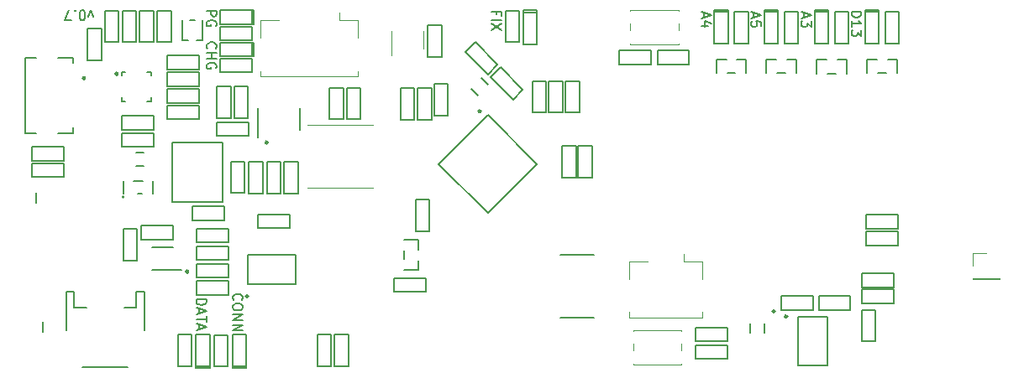
<source format=gbr>
G04 #@! TF.FileFunction,Legend,Top*
%FSLAX46Y46*%
G04 Gerber Fmt 4.6, Leading zero omitted, Abs format (unit mm)*
G04 Created by KiCad (PCBNEW 4.0.7-e2-6376~58~ubuntu16.04.1) date Mon Jun 18 12:46:04 2018*
%MOMM*%
%LPD*%
G01*
G04 APERTURE LIST*
%ADD10C,0.100000*%
%ADD11C,0.300000*%
%ADD12C,0.180000*%
%ADD13C,0.200000*%
%ADD14C,0.150000*%
%ADD15C,0.127000*%
%ADD16C,0.120000*%
G04 APERTURE END LIST*
D10*
D11*
X-25430889Y3403600D02*
G75*
G03X-25430889Y3403600I-70711J0D01*
G01*
X-33431889Y-9626600D02*
G75*
G03X-33431889Y-9626600I-70711J0D01*
G01*
X25699311Y-13639800D02*
G75*
G03X25699311Y-13639800I-70711J0D01*
G01*
D12*
X-32570681Y-12435100D02*
X-31570681Y-12435100D01*
X-31570681Y-12673195D01*
X-31618300Y-12816053D01*
X-31713538Y-12911291D01*
X-31808776Y-12958910D01*
X-31999252Y-13006529D01*
X-32142110Y-13006529D01*
X-32332586Y-12958910D01*
X-32427824Y-12911291D01*
X-32523062Y-12816053D01*
X-32570681Y-12673195D01*
X-32570681Y-12435100D01*
X-32284967Y-13387481D02*
X-32284967Y-13863672D01*
X-32570681Y-13292243D02*
X-31570681Y-13625576D01*
X-32570681Y-13958910D01*
X-31570681Y-14149386D02*
X-31570681Y-14720815D01*
X-32570681Y-14435100D02*
X-31570681Y-14435100D01*
X-32284967Y-15006529D02*
X-32284967Y-15482720D01*
X-32570681Y-14911291D02*
X-31570681Y-15244624D01*
X-32570681Y-15577958D01*
X-28805143Y-12495396D02*
X-28852762Y-12447777D01*
X-28900381Y-12304920D01*
X-28900381Y-12209682D01*
X-28852762Y-12066824D01*
X-28757524Y-11971586D01*
X-28662286Y-11923967D01*
X-28471810Y-11876348D01*
X-28328952Y-11876348D01*
X-28138476Y-11923967D01*
X-28043238Y-11971586D01*
X-27948000Y-12066824D01*
X-27900381Y-12209682D01*
X-27900381Y-12304920D01*
X-27948000Y-12447777D01*
X-27995619Y-12495396D01*
X-27900381Y-13114443D02*
X-27900381Y-13304920D01*
X-27948000Y-13400158D01*
X-28043238Y-13495396D01*
X-28233714Y-13543015D01*
X-28567048Y-13543015D01*
X-28757524Y-13495396D01*
X-28852762Y-13400158D01*
X-28900381Y-13304920D01*
X-28900381Y-13114443D01*
X-28852762Y-13019205D01*
X-28757524Y-12923967D01*
X-28567048Y-12876348D01*
X-28233714Y-12876348D01*
X-28043238Y-12923967D01*
X-27948000Y-13019205D01*
X-27900381Y-13114443D01*
X-28900381Y-13971586D02*
X-27900381Y-13971586D01*
X-28900381Y-14543015D01*
X-27900381Y-14543015D01*
X-28900381Y-15019205D02*
X-27900381Y-15019205D01*
X-28900381Y-15590634D01*
X-27900381Y-15590634D01*
D13*
X-2316171Y16322628D02*
X-2316171Y16655962D01*
X-2839981Y16655962D02*
X-1839981Y16655962D01*
X-1839981Y16179771D01*
X-2839981Y15798819D02*
X-1839981Y15798819D01*
X-1839981Y15417867D02*
X-2839981Y14751200D01*
X-1839981Y14751200D02*
X-2839981Y15417867D01*
X-42970629Y16092514D02*
X-43208724Y16759181D01*
X-43446820Y16092514D01*
X-44018248Y15759181D02*
X-44113487Y15759181D01*
X-44208725Y15806800D01*
X-44256344Y15854419D01*
X-44303963Y15949657D01*
X-44351582Y16140133D01*
X-44351582Y16378229D01*
X-44303963Y16568705D01*
X-44256344Y16663943D01*
X-44208725Y16711562D01*
X-44113487Y16759181D01*
X-44018248Y16759181D01*
X-43923010Y16711562D01*
X-43875391Y16663943D01*
X-43827772Y16568705D01*
X-43780153Y16378229D01*
X-43780153Y16140133D01*
X-43827772Y15949657D01*
X-43875391Y15854419D01*
X-43923010Y15806800D01*
X-44018248Y15759181D01*
X-44780153Y16663943D02*
X-44827772Y16711562D01*
X-44780153Y16759181D01*
X-44732534Y16711562D01*
X-44780153Y16663943D01*
X-44780153Y16759181D01*
X-45161105Y15759181D02*
X-45827772Y15759181D01*
X-45399200Y16759181D01*
X-31446743Y12909485D02*
X-31494362Y12957104D01*
X-31541981Y13099961D01*
X-31541981Y13195199D01*
X-31494362Y13338057D01*
X-31399124Y13433295D01*
X-31303886Y13480914D01*
X-31113410Y13528533D01*
X-30970552Y13528533D01*
X-30780076Y13480914D01*
X-30684838Y13433295D01*
X-30589600Y13338057D01*
X-30541981Y13195199D01*
X-30541981Y13099961D01*
X-30589600Y12957104D01*
X-30637219Y12909485D01*
X-31541981Y12480914D02*
X-30541981Y12480914D01*
X-31018171Y12480914D02*
X-31018171Y11909485D01*
X-31541981Y11909485D02*
X-30541981Y11909485D01*
X-30589600Y10909485D02*
X-30541981Y11004723D01*
X-30541981Y11147580D01*
X-30589600Y11290438D01*
X-30684838Y11385676D01*
X-30780076Y11433295D01*
X-30970552Y11480914D01*
X-31113410Y11480914D01*
X-31303886Y11433295D01*
X-31399124Y11385676D01*
X-31494362Y11290438D01*
X-31541981Y11147580D01*
X-31541981Y11052342D01*
X-31494362Y10909485D01*
X-31446743Y10861866D01*
X-31113410Y10861866D01*
X-31113410Y11052342D01*
X-31541981Y16716305D02*
X-30541981Y16716305D01*
X-30541981Y16335352D01*
X-30589600Y16240114D01*
X-30637219Y16192495D01*
X-30732457Y16144876D01*
X-30875314Y16144876D01*
X-30970552Y16192495D01*
X-31018171Y16240114D01*
X-31065790Y16335352D01*
X-31065790Y16716305D01*
X-30589600Y15192495D02*
X-30541981Y15287733D01*
X-30541981Y15430590D01*
X-30589600Y15573448D01*
X-30684838Y15668686D01*
X-30780076Y15716305D01*
X-30970552Y15763924D01*
X-31113410Y15763924D01*
X-31303886Y15716305D01*
X-31399124Y15668686D01*
X-31494362Y15573448D01*
X-31541981Y15430590D01*
X-31541981Y15335352D01*
X-31494362Y15192495D01*
X-31446743Y15144876D01*
X-31113410Y15144876D01*
X-31113410Y15335352D01*
X18603933Y16528986D02*
X18603933Y16052795D01*
X18318219Y16624224D02*
X19318219Y16290891D01*
X18318219Y15957557D01*
X18984886Y15195652D02*
X18318219Y15195652D01*
X19365838Y15433748D02*
X18651552Y15671843D01*
X18651552Y15052795D01*
X23620433Y16516286D02*
X23620433Y16040095D01*
X23334719Y16611524D02*
X24334719Y16278191D01*
X23334719Y15944857D01*
X24334719Y15135333D02*
X24334719Y15611524D01*
X23858529Y15659143D01*
X23906148Y15611524D01*
X23953767Y15516286D01*
X23953767Y15278190D01*
X23906148Y15182952D01*
X23858529Y15135333D01*
X23763290Y15087714D01*
X23525195Y15087714D01*
X23429957Y15135333D01*
X23382338Y15182952D01*
X23334719Y15278190D01*
X23334719Y15516286D01*
X23382338Y15611524D01*
X23429957Y15659143D01*
X28687733Y16516286D02*
X28687733Y16040095D01*
X28402019Y16611524D02*
X29402019Y16278191D01*
X28402019Y15944857D01*
X29402019Y15706762D02*
X29402019Y15087714D01*
X29021067Y15421048D01*
X29021067Y15278190D01*
X28973448Y15182952D01*
X28925829Y15135333D01*
X28830590Y15087714D01*
X28592495Y15087714D01*
X28497257Y15135333D01*
X28449638Y15182952D01*
X28402019Y15278190D01*
X28402019Y15563905D01*
X28449638Y15659143D01*
X28497257Y15706762D01*
X33456619Y16635286D02*
X34456619Y16635286D01*
X34456619Y16397191D01*
X34409000Y16254333D01*
X34313762Y16159095D01*
X34218524Y16111476D01*
X34028048Y16063857D01*
X33885190Y16063857D01*
X33694714Y16111476D01*
X33599476Y16159095D01*
X33504238Y16254333D01*
X33456619Y16397191D01*
X33456619Y16635286D01*
X33456619Y15111476D02*
X33456619Y15682905D01*
X33456619Y15397191D02*
X34456619Y15397191D01*
X34313762Y15492429D01*
X34218524Y15587667D01*
X34170905Y15682905D01*
X34456619Y14778143D02*
X34456619Y14159095D01*
X34075667Y14492429D01*
X34075667Y14349571D01*
X34028048Y14254333D01*
X33980429Y14206714D01*
X33885190Y14159095D01*
X33647095Y14159095D01*
X33551857Y14206714D01*
X33504238Y14254333D01*
X33456619Y14349571D01*
X33456619Y14635286D01*
X33504238Y14730524D01*
X33551857Y14778143D01*
D11*
X-3942862Y6557856D02*
G75*
G03X-3942862Y6557856I-70711J0D01*
G01*
D14*
X-3200400Y-3730547D02*
X1749347Y1219200D01*
X-8150147Y1219200D02*
X-3200400Y6168947D01*
X-3200400Y6168947D02*
X1749347Y1219200D01*
X-8150147Y1219200D02*
X-3200400Y-3730547D01*
D15*
X-48747680Y-2689860D02*
X-48747680Y-1691640D01*
X-48049180Y-15689580D02*
X-48049180Y-14691360D01*
D14*
X-3187124Y10298258D02*
X-2197174Y11288208D01*
X-5449866Y12561000D02*
X-4459916Y13550950D01*
X-3187124Y10298258D02*
X-5449866Y12561000D01*
X-4459916Y13550950D02*
X-2197174Y11288208D01*
X-1928475Y11019509D02*
X-2918425Y10029559D01*
X334267Y8756767D02*
X-655683Y7766817D01*
X-1928475Y11019509D02*
X334267Y8756767D01*
X-655683Y7766817D02*
X-2918425Y10029559D01*
X-9079000Y-2337000D02*
X-10479000Y-2337000D01*
X-9079000Y-5537000D02*
X-10479000Y-5537000D01*
X-9079000Y-2337000D02*
X-9079000Y-5537000D01*
X-10479000Y-5537000D02*
X-10479000Y-2337000D01*
X4634000Y6426400D02*
X6034000Y6426400D01*
X4634000Y9626400D02*
X6034000Y9626400D01*
X4634000Y6426400D02*
X4634000Y9626400D01*
X6034000Y9626400D02*
X6034000Y6426400D01*
X-10252408Y5719176D02*
X-8852408Y5719176D01*
X-10252408Y8919176D02*
X-8852408Y8919176D01*
X-10252408Y5719176D02*
X-10252408Y8919176D01*
X-8852408Y8919176D02*
X-8852408Y5719176D01*
X1281200Y6426400D02*
X2681200Y6426400D01*
X1281200Y9626400D02*
X2681200Y9626400D01*
X1281200Y6426400D02*
X1281200Y9626400D01*
X2681200Y9626400D02*
X2681200Y6426400D01*
X2957600Y6426400D02*
X4357600Y6426400D01*
X2957600Y9626400D02*
X4357600Y9626400D01*
X2957600Y6426400D02*
X2957600Y9626400D01*
X4357600Y9626400D02*
X4357600Y6426400D01*
X-40076514Y6091344D02*
X-40076514Y4691344D01*
X-36876514Y6091344D02*
X-36876514Y4691344D01*
X-40076514Y6091344D02*
X-36876514Y6091344D01*
X-36876514Y4691344D02*
X-40076514Y4691344D01*
X-7836042Y15270594D02*
X-9236042Y15270594D01*
X-7836042Y12070594D02*
X-9236042Y12070594D01*
X-7836042Y15270594D02*
X-7836042Y12070594D01*
X-9236042Y12070594D02*
X-9236042Y15270594D01*
X-32285553Y10780941D02*
X-32285553Y12180941D01*
X-35485553Y10780941D02*
X-35485553Y12180941D01*
X-32285553Y10780941D02*
X-35485553Y10780941D01*
X-35485553Y12180941D02*
X-32285553Y12180941D01*
X-45922612Y1583065D02*
X-45922612Y2983065D01*
X-49122612Y1583065D02*
X-49122612Y2983065D01*
X-45922612Y1583065D02*
X-49122612Y1583065D01*
X-49122612Y2983065D02*
X-45922612Y2983065D01*
X-26352300Y-3846600D02*
X-26352300Y-5246600D01*
X-23152300Y-3846600D02*
X-23152300Y-5246600D01*
X-26352300Y-3846600D02*
X-23152300Y-3846600D01*
X-23152300Y-5246600D02*
X-26352300Y-5246600D01*
X-43524400Y11709600D02*
X-42124400Y11709600D01*
X-43524400Y14909600D02*
X-42124400Y14909600D01*
X-43524400Y11709600D02*
X-43524400Y14909600D01*
X-42124400Y14909600D02*
X-42124400Y11709600D01*
X-35499153Y8828141D02*
X-35499153Y7428141D01*
X-32299153Y8828141D02*
X-32299153Y7428141D01*
X-35499153Y8828141D02*
X-32299153Y8828141D01*
X-32299153Y7428141D02*
X-35499153Y7428141D01*
X-35485553Y7151741D02*
X-35485553Y5751741D01*
X-32285553Y7151741D02*
X-32285553Y5751741D01*
X-35485553Y7151741D02*
X-32285553Y7151741D01*
X-32285553Y5751741D02*
X-35485553Y5751741D01*
X-24039600Y1479223D02*
X-25439600Y1479223D01*
X-24039600Y-1720777D02*
X-25439600Y-1720777D01*
X-24039600Y1479223D02*
X-24039600Y-1720777D01*
X-25439600Y-1720777D02*
X-25439600Y1479223D01*
X-25883981Y1479223D02*
X-27283981Y1479223D01*
X-25883981Y-1720777D02*
X-27283981Y-1720777D01*
X-25883981Y1479223D02*
X-25883981Y-1720777D01*
X-27283981Y-1720777D02*
X-27283981Y1479223D01*
X-32543310Y-8862314D02*
X-32543310Y-10262314D01*
X-29343310Y-8862314D02*
X-29343310Y-10262314D01*
X-32543310Y-8862314D02*
X-29343310Y-8862314D01*
X-29343310Y-10262314D02*
X-32543310Y-10262314D01*
X-29343310Y-6706314D02*
X-29343310Y-5306314D01*
X-32543310Y-6706314D02*
X-32543310Y-5306314D01*
X-29343310Y-6706314D02*
X-32543310Y-6706314D01*
X-32543310Y-5306314D02*
X-29343310Y-5306314D01*
X-27697200Y1486600D02*
X-29097200Y1486600D01*
X-27697200Y-1713400D02*
X-29097200Y-1713400D01*
X-27697200Y1486600D02*
X-27697200Y-1713400D01*
X-29097200Y-1713400D02*
X-29097200Y1486600D01*
X-30502214Y5842844D02*
X-29102214Y5842844D01*
X-30502214Y9042844D02*
X-29102214Y9042844D01*
X-30502214Y5842844D02*
X-30502214Y9042844D01*
X-29102214Y9042844D02*
X-29102214Y5842844D01*
X-17428781Y5746823D02*
X-16028781Y5746823D01*
X-17428781Y8946823D02*
X-16028781Y8946823D01*
X-17428781Y5746823D02*
X-17428781Y8946823D01*
X-16028781Y8946823D02*
X-16028781Y5746823D01*
X-19155981Y5746823D02*
X-17755981Y5746823D01*
X-19155981Y8946823D02*
X-17755981Y8946823D01*
X-19155981Y5746823D02*
X-19155981Y8946823D01*
X-17755981Y8946823D02*
X-17755981Y5746823D01*
X36209200Y16589200D02*
X36209200Y13389200D01*
X36209200Y13389200D02*
X34809200Y13389200D01*
X34809200Y13389200D02*
X34809200Y16589200D01*
X34809200Y16589200D02*
X36209200Y16589200D01*
X36209200Y16589200D02*
X36209200Y16789200D01*
X36209200Y16789200D02*
X34809200Y16789200D01*
X34809200Y16789200D02*
X34809200Y16589200D01*
X-32602400Y-19180000D02*
X-32602400Y-15980000D01*
X-32602400Y-15980000D02*
X-31202400Y-15980000D01*
X-31202400Y-15980000D02*
X-31202400Y-19180000D01*
X-31202400Y-19180000D02*
X-32602400Y-19180000D01*
X-32602400Y-19180000D02*
X-32602400Y-19380000D01*
X-32602400Y-19380000D02*
X-31202400Y-19380000D01*
X-31202400Y-19380000D02*
X-31202400Y-19180000D01*
X-28936730Y-19199830D02*
X-28936730Y-15999830D01*
X-28936730Y-15999830D02*
X-27536730Y-15999830D01*
X-27536730Y-15999830D02*
X-27536730Y-19199830D01*
X-27536730Y-19199830D02*
X-28936730Y-19199830D01*
X-28936730Y-19199830D02*
X-28936730Y-19399830D01*
X-28936730Y-19399830D02*
X-27536730Y-19399830D01*
X-27536730Y-19399830D02*
X-27536730Y-19199830D01*
X31129200Y16589200D02*
X31129200Y13389200D01*
X31129200Y13389200D02*
X29729200Y13389200D01*
X29729200Y13389200D02*
X29729200Y16589200D01*
X29729200Y16589200D02*
X31129200Y16589200D01*
X31129200Y16589200D02*
X31129200Y16789200D01*
X31129200Y16789200D02*
X29729200Y16789200D01*
X29729200Y16789200D02*
X29729200Y16589200D01*
X21020000Y16589200D02*
X21020000Y13389200D01*
X21020000Y13389200D02*
X19620000Y13389200D01*
X19620000Y13389200D02*
X19620000Y16589200D01*
X19620000Y16589200D02*
X21020000Y16589200D01*
X21020000Y16589200D02*
X21020000Y16789200D01*
X21020000Y16789200D02*
X19620000Y16789200D01*
X19620000Y16789200D02*
X19620000Y16589200D01*
X26049200Y16589200D02*
X26049200Y13389200D01*
X26049200Y13389200D02*
X24649200Y13389200D01*
X24649200Y13389200D02*
X24649200Y16589200D01*
X24649200Y16589200D02*
X26049200Y16589200D01*
X26049200Y16589200D02*
X26049200Y16789200D01*
X26049200Y16789200D02*
X24649200Y16789200D01*
X24649200Y16789200D02*
X24649200Y16589200D01*
X-32569200Y13728000D02*
X-31969200Y13728000D01*
X-33969200Y15728000D02*
X-33969200Y13728000D01*
X-32719200Y15728000D02*
X-33219200Y15728000D01*
X-31969200Y13728000D02*
X-31969200Y15728000D01*
X-33969200Y13728000D02*
X-33369200Y13728000D01*
X-39869689Y-2101600D02*
G75*
G03X-39869689Y-2101600I-70711J0D01*
G01*
X-38490400Y-1751600D02*
X-38040400Y-1751600D01*
X-38890400Y-451600D02*
X-37990400Y-451600D01*
X-36990400Y-451600D02*
X-36990400Y-1751600D01*
X-39890400Y-451600D02*
X-39890400Y-1751600D01*
X-27000400Y15356000D02*
X-30200400Y15356000D01*
X-30200400Y15356000D02*
X-30200400Y16756000D01*
X-30200400Y16756000D02*
X-27000400Y16756000D01*
X-27000400Y16756000D02*
X-27000400Y15356000D01*
X-27000400Y15356000D02*
X-26800400Y15356000D01*
X-26800400Y15356000D02*
X-26800400Y16756000D01*
X-26800400Y16756000D02*
X-27000400Y16756000D01*
X-27000400Y12104800D02*
X-30200400Y12104800D01*
X-30200400Y12104800D02*
X-30200400Y13504800D01*
X-30200400Y13504800D02*
X-27000400Y13504800D01*
X-27000400Y13504800D02*
X-27000400Y12104800D01*
X-27000400Y12104800D02*
X-26800400Y12104800D01*
X-26800400Y12104800D02*
X-26800400Y13504800D01*
X-26800400Y13504800D02*
X-27000400Y13504800D01*
X1766800Y16552000D02*
X1766800Y13352000D01*
X1766800Y13352000D02*
X366800Y13352000D01*
X366800Y13352000D02*
X366800Y16552000D01*
X366800Y16552000D02*
X1766800Y16552000D01*
X1766800Y16552000D02*
X1766800Y16752000D01*
X1766800Y16752000D02*
X366800Y16752000D01*
X366800Y16752000D02*
X366800Y16552000D01*
X-37852400Y2402200D02*
X-38652400Y2402200D01*
X-37852400Y1052200D02*
X-38652400Y1052200D01*
D16*
X18392000Y-10408000D02*
X18392000Y-8608000D01*
X18392000Y-8608000D02*
X16542000Y-8608000D01*
X16542000Y-8608000D02*
X16542000Y-7868000D01*
X11072000Y-10408000D02*
X11072000Y-8608000D01*
X11072000Y-8608000D02*
X12922000Y-8608000D01*
X18392000Y-13728000D02*
X18392000Y-14278000D01*
X18392000Y-14278000D02*
X11072000Y-14278000D01*
X11072000Y-14278000D02*
X11072000Y-13728000D01*
X-16292400Y13953600D02*
X-16292400Y15753600D01*
X-16292400Y15753600D02*
X-18142400Y15753600D01*
X-18142400Y15753600D02*
X-18142400Y16493600D01*
X-26112400Y13953600D02*
X-26112400Y15753600D01*
X-26112400Y15753600D02*
X-24262400Y15753600D01*
X-16292400Y10633600D02*
X-16292400Y10083600D01*
X-16292400Y10083600D02*
X-26112400Y10083600D01*
X-26112400Y10083600D02*
X-26112400Y10633600D01*
D14*
X7491200Y-14300200D02*
X4091200Y-14300200D01*
X7491200Y-7950200D02*
X4091200Y-7950200D01*
X-38604800Y-13276000D02*
X-38604800Y-11676000D01*
X-38604800Y-11676000D02*
X-37804800Y-11676000D01*
X-37804800Y-11676000D02*
X-37804800Y-15526000D01*
X-44054800Y-19276000D02*
X-39454800Y-19276000D01*
X-44904800Y-13276000D02*
X-44904800Y-11676000D01*
X-44904800Y-11676000D02*
X-45704800Y-11676000D01*
X-45704800Y-11676000D02*
X-45704800Y-15526000D01*
X-38604800Y-13276000D02*
X-39854800Y-13276000D01*
X-44904800Y-13276000D02*
X-43654800Y-13276000D01*
X-11995208Y5703976D02*
X-10595208Y5703976D01*
X-11995208Y8903976D02*
X-10595208Y8903976D01*
X-11995208Y5703976D02*
X-11995208Y8903976D01*
X-10595208Y8903976D02*
X-10595208Y5703976D01*
X-40076514Y4364144D02*
X-40076514Y2964144D01*
X-36876514Y4364144D02*
X-36876514Y2964144D01*
X-40076514Y4364144D02*
X-36876514Y4364144D01*
X-36876514Y2964144D02*
X-40076514Y2964144D01*
D16*
X-14749581Y-1187177D02*
X-21349581Y-1187177D01*
X-21349581Y5212823D02*
X-14749581Y5212823D01*
D14*
X38025200Y10397600D02*
X38025200Y11797600D01*
X37125200Y11797600D02*
X38025200Y11797600D01*
X35025200Y11797600D02*
X36025200Y11797600D01*
X35025200Y10397600D02*
X35025200Y11797600D01*
X36125200Y10397600D02*
X36925200Y10397600D01*
X32945200Y10379200D02*
X32945200Y11779200D01*
X32045200Y11779200D02*
X32945200Y11779200D01*
X29945200Y11779200D02*
X30945200Y11779200D01*
X29945200Y10379200D02*
X29945200Y11779200D01*
X31045200Y10379200D02*
X31845200Y10379200D01*
X22836000Y10397600D02*
X22836000Y11797600D01*
X21936000Y11797600D02*
X22836000Y11797600D01*
X19836000Y11797600D02*
X20836000Y11797600D01*
X19836000Y10397600D02*
X19836000Y11797600D01*
X20936000Y10397600D02*
X21736000Y10397600D01*
X27865200Y10430000D02*
X27865200Y11830000D01*
X26965200Y11830000D02*
X27865200Y11830000D01*
X24865200Y11830000D02*
X25865200Y11830000D01*
X24865200Y10430000D02*
X24865200Y11830000D01*
X25965200Y10430000D02*
X26765200Y10430000D01*
X-18959600Y-15980000D02*
X-20359600Y-15980000D01*
X-18959600Y-19180000D02*
X-20359600Y-19180000D01*
X-18959600Y-15980000D02*
X-18959600Y-19180000D01*
X-20359600Y-19180000D02*
X-20359600Y-15980000D01*
X-17232400Y-15980000D02*
X-18632400Y-15980000D01*
X-17232400Y-19180000D02*
X-18632400Y-19180000D01*
X-17232400Y-15980000D02*
X-17232400Y-19180000D01*
X-18632400Y-19180000D02*
X-18632400Y-15980000D01*
X38241200Y16589200D02*
X36841200Y16589200D01*
X38241200Y13389200D02*
X36841200Y13389200D01*
X38241200Y16589200D02*
X38241200Y13389200D01*
X36841200Y13389200D02*
X36841200Y16589200D01*
X-33031200Y-15980000D02*
X-34431200Y-15980000D01*
X-33031200Y-19180000D02*
X-34431200Y-19180000D01*
X-33031200Y-15980000D02*
X-33031200Y-19180000D01*
X-34431200Y-19180000D02*
X-34431200Y-15980000D01*
X-29373600Y-16030800D02*
X-30773600Y-16030800D01*
X-29373600Y-19230800D02*
X-30773600Y-19230800D01*
X-29373600Y-16030800D02*
X-29373600Y-19230800D01*
X-30773600Y-19230800D02*
X-30773600Y-16030800D01*
X20954800Y-18454600D02*
X20954800Y-17054600D01*
X17754800Y-18454600D02*
X17754800Y-17054600D01*
X20954800Y-18454600D02*
X17754800Y-18454600D01*
X17754800Y-17054600D02*
X20954800Y-17054600D01*
X20954800Y-16676600D02*
X20954800Y-15276600D01*
X17754800Y-16676600D02*
X17754800Y-15276600D01*
X20954800Y-16676600D02*
X17754800Y-16676600D01*
X17754800Y-15276600D02*
X20954800Y-15276600D01*
X10033200Y12688800D02*
X10033200Y11288800D01*
X13233200Y12688800D02*
X13233200Y11288800D01*
X10033200Y12688800D02*
X13233200Y12688800D01*
X13233200Y11288800D02*
X10033200Y11288800D01*
X17094000Y11288800D02*
X17094000Y12688800D01*
X13894000Y11288800D02*
X13894000Y12688800D01*
X17094000Y11288800D02*
X13894000Y11288800D01*
X13894000Y12688800D02*
X17094000Y12688800D01*
X33161200Y16589200D02*
X31761200Y16589200D01*
X33161200Y13389200D02*
X31761200Y13389200D01*
X33161200Y16589200D02*
X33161200Y13389200D01*
X31761200Y13389200D02*
X31761200Y16589200D01*
X23052000Y16589200D02*
X21652000Y16589200D01*
X23052000Y13389200D02*
X21652000Y13389200D01*
X23052000Y16589200D02*
X23052000Y13389200D01*
X21652000Y13389200D02*
X21652000Y16589200D01*
X28081200Y16589200D02*
X26681200Y16589200D01*
X28081200Y13389200D02*
X26681200Y13389200D01*
X28081200Y16589200D02*
X28081200Y13389200D01*
X26681200Y13389200D02*
X26681200Y16589200D01*
X-32285553Y9104541D02*
X-32285553Y10504541D01*
X-35485553Y9104541D02*
X-35485553Y10504541D01*
X-32285553Y9104541D02*
X-35485553Y9104541D01*
X-35485553Y10504541D02*
X-32285553Y10504541D01*
X-35115953Y16738541D02*
X-36515953Y16738541D01*
X-35115953Y13538541D02*
X-36515953Y13538541D01*
X-35115953Y16738541D02*
X-35115953Y13538541D01*
X-36515953Y13538541D02*
X-36515953Y16738541D01*
X5911642Y-133026D02*
X7311642Y-133026D01*
X5911642Y3066974D02*
X7311642Y3066974D01*
X5911642Y-133026D02*
X5911642Y3066974D01*
X7311642Y3066974D02*
X7311642Y-133026D01*
X-36893953Y16738541D02*
X-38293953Y16738541D01*
X-36893953Y13538541D02*
X-38293953Y13538541D01*
X-36893953Y16738541D02*
X-36893953Y13538541D01*
X-38293953Y13538541D02*
X-38293953Y16738541D01*
X-38621153Y16738541D02*
X-40021153Y16738541D01*
X-38621153Y13538541D02*
X-40021153Y13538541D01*
X-38621153Y16738541D02*
X-38621153Y13538541D01*
X-40021153Y13538541D02*
X-40021153Y16738541D01*
X4286042Y-133026D02*
X5686042Y-133026D01*
X4286042Y3066974D02*
X5686042Y3066974D01*
X4286042Y-133026D02*
X4286042Y3066974D01*
X5686042Y3066974D02*
X5686042Y-133026D01*
X-45922612Y-67935D02*
X-45922612Y1332065D01*
X-49122612Y-67935D02*
X-49122612Y1332065D01*
X-45922612Y-67935D02*
X-49122612Y-67935D01*
X-49122612Y1332065D02*
X-45922612Y1332065D01*
X-30200400Y15130400D02*
X-30200400Y13730400D01*
X-27000400Y15130400D02*
X-27000400Y13730400D01*
X-30200400Y15130400D02*
X-27000400Y15130400D01*
X-27000400Y13730400D02*
X-30200400Y13730400D01*
X-30200400Y11879200D02*
X-30200400Y10479200D01*
X-27000400Y11879200D02*
X-27000400Y10479200D01*
X-30200400Y11879200D02*
X-27000400Y11879200D01*
X-27000400Y10479200D02*
X-30200400Y10479200D01*
X-41799153Y13538541D02*
X-40399153Y13538541D01*
X-41799153Y16738541D02*
X-40399153Y16738541D01*
X-41799153Y13538541D02*
X-41799153Y16738541D01*
X-40399153Y16738541D02*
X-40399153Y13538541D01*
X34509711Y-9804605D02*
X34509711Y-11204605D01*
X37709711Y-9804605D02*
X37709711Y-11204605D01*
X34509711Y-9804605D02*
X37709711Y-9804605D01*
X37709711Y-11204605D02*
X34509711Y-11204605D01*
X34509711Y-11430205D02*
X34509711Y-12830205D01*
X37709711Y-11430205D02*
X37709711Y-12830205D01*
X34509711Y-11430205D02*
X37709711Y-11430205D01*
X37709711Y-12830205D02*
X34509711Y-12830205D01*
X-23712400Y-1720777D02*
X-22312400Y-1720777D01*
X-23712400Y1479223D02*
X-22312400Y1479223D01*
X-23712400Y-1720777D02*
X-23712400Y1479223D01*
X-22312400Y1479223D02*
X-22312400Y-1720777D01*
X-1411200Y13541600D02*
X-11200Y13541600D01*
X-1411200Y16741600D02*
X-11200Y16741600D01*
X-1411200Y13541600D02*
X-1411200Y16741600D01*
X-11200Y16741600D02*
X-11200Y13541600D01*
X-29343310Y-11989514D02*
X-29343310Y-10589514D01*
X-32543310Y-11989514D02*
X-32543310Y-10589514D01*
X-29343310Y-11989514D02*
X-32543310Y-11989514D01*
X-32543310Y-10589514D02*
X-29343310Y-10589514D01*
X-29343310Y-8484314D02*
X-29343310Y-7084314D01*
X-32543310Y-8484314D02*
X-32543310Y-7084314D01*
X-29343310Y-8484314D02*
X-32543310Y-8484314D01*
X-32543310Y-7084314D02*
X-29343310Y-7084314D01*
X-38150600Y-5015000D02*
X-38150600Y-6415000D01*
X-34950600Y-5015000D02*
X-34950600Y-6415000D01*
X-38150600Y-5015000D02*
X-34950600Y-5015000D01*
X-34950600Y-6415000D02*
X-38150600Y-6415000D01*
X-39943000Y-8508800D02*
X-38543000Y-8508800D01*
X-39943000Y-5308800D02*
X-38543000Y-5308800D01*
X-39943000Y-8508800D02*
X-39943000Y-5308800D01*
X-38543000Y-5308800D02*
X-38543000Y-8508800D01*
X-28757181Y5848423D02*
X-27357181Y5848423D01*
X-28757181Y9048423D02*
X-27357181Y9048423D01*
X-28757181Y5848423D02*
X-28757181Y9048423D01*
X-27357181Y9048423D02*
X-27357181Y5848423D01*
X-30505200Y5475200D02*
X-30505200Y4075200D01*
X-27305200Y5475200D02*
X-27305200Y4075200D01*
X-30505200Y5475200D02*
X-27305200Y5475200D01*
X-27305200Y4075200D02*
X-30505200Y4075200D01*
D16*
X11446469Y-19021829D02*
X11446469Y-18921829D01*
X11446469Y-15521829D02*
X11446469Y-15621829D01*
X16346469Y-15621829D02*
X16346469Y-15521829D01*
X16346469Y-19021829D02*
X16346469Y-18921829D01*
X16346469Y-17621829D02*
X16346469Y-16921829D01*
X11446469Y-17621829D02*
X11446469Y-16921829D01*
X11446469Y-19021829D02*
X16346469Y-19021829D01*
X16346469Y-15521829D02*
X11446469Y-15521829D01*
X16013600Y16823000D02*
X16013600Y16723000D01*
X16013600Y13323000D02*
X16013600Y13423000D01*
X11113600Y13423000D02*
X11113600Y13323000D01*
X11113600Y16823000D02*
X11113600Y16723000D01*
X11113600Y15423000D02*
X11113600Y14723000D01*
X16013600Y15423000D02*
X16013600Y14723000D01*
X16013600Y16823000D02*
X11113600Y16823000D01*
X11113600Y13323000D02*
X16013600Y13323000D01*
X-9718642Y12886208D02*
X-9718642Y14686208D01*
X-12938642Y14686208D02*
X-12938642Y12236208D01*
D11*
X-27397489Y-12123400D02*
G75*
G03X-27397489Y-12123400I-70711J0D01*
G01*
D14*
X-27418200Y-10923400D02*
X-22518200Y-10923400D01*
X-22518200Y-10923400D02*
X-22518200Y-7923400D01*
X-22518200Y-7923400D02*
X-27418200Y-7923400D01*
X-27418200Y-7923400D02*
X-27418200Y-10923400D01*
X-37522283Y10540733D02*
X-37122283Y10540733D01*
X-37122283Y10540733D02*
X-37122283Y10140733D01*
X-37522283Y7540733D02*
X-37122283Y7540733D01*
X-37122283Y7540733D02*
X-37122283Y7940733D01*
X-40122283Y7940733D02*
X-40122283Y7540733D01*
X-40122283Y7540733D02*
X-39722283Y7540733D01*
D11*
X-40551572Y10340733D02*
G75*
G03X-40551572Y10340733I-70711J0D01*
G01*
D14*
X-39722283Y10540733D02*
X-40122283Y10540733D01*
X-40122283Y10540733D02*
X-40122283Y10140733D01*
D11*
X26936311Y-14162400D02*
G75*
G03X26936311Y-14162400I-70711J0D01*
G01*
D14*
X28065600Y-14212400D02*
X28065600Y-19112400D01*
X28065600Y-19112400D02*
X31065600Y-19112400D01*
X31065600Y-19112400D02*
X31065600Y-14212400D01*
X31065600Y-14212400D02*
X28065600Y-14212400D01*
X-22102181Y4695223D02*
X-22102181Y6895223D01*
X-26352181Y3920223D02*
X-26352181Y6895223D01*
X-34877810Y-7174214D02*
X-37027810Y-7174214D01*
X-34052810Y-9424214D02*
X-37027810Y-9424214D01*
X-4897083Y8865623D02*
X-4189977Y8158517D01*
X-3836423Y9926283D02*
X-3129317Y9219177D01*
X24727600Y-15841600D02*
X24727600Y-14841600D01*
X23227600Y-15841600D02*
X23227600Y-14841600D01*
X-8624800Y6125576D02*
X-7224800Y6125576D01*
X-8624800Y9325576D02*
X-7224800Y9325576D01*
X-8624800Y6125576D02*
X-8624800Y9325576D01*
X-7224800Y9325576D02*
X-7224800Y6125576D01*
X29590800Y-13501600D02*
X29590800Y-12101600D01*
X26390800Y-13501600D02*
X26390800Y-12101600D01*
X29590800Y-13501600D02*
X26390800Y-13501600D01*
X26390800Y-12101600D02*
X29590800Y-12101600D01*
X35904400Y-13487600D02*
X34504400Y-13487600D01*
X35904400Y-16687600D02*
X34504400Y-16687600D01*
X35904400Y-13487600D02*
X35904400Y-16687600D01*
X34504400Y-16687600D02*
X34504400Y-13487600D01*
X33350000Y-13501600D02*
X33350000Y-12101600D01*
X30150000Y-13501600D02*
X30150000Y-12101600D01*
X33350000Y-13501600D02*
X30150000Y-13501600D01*
X30150000Y-12101600D02*
X33350000Y-12101600D01*
X-29743600Y-4446500D02*
X-29743600Y-3046500D01*
X-32943600Y-4446500D02*
X-32943600Y-3046500D01*
X-29743600Y-4446500D02*
X-32943600Y-4446500D01*
X-32943600Y-3046500D02*
X-29743600Y-3046500D01*
X-34961200Y3381000D02*
X-34961200Y-2619000D01*
X-34961200Y3381000D02*
X-29961200Y3381000D01*
X-29961200Y3381000D02*
X-29961200Y-2619000D01*
X-29961200Y-2619000D02*
X-34961200Y-2619000D01*
X34965416Y-5602126D02*
X34965416Y-7002126D01*
X38165416Y-5602126D02*
X38165416Y-7002126D01*
X34965416Y-5602126D02*
X38165416Y-5602126D01*
X38165416Y-7002126D02*
X34965416Y-7002126D01*
X34965416Y-3900326D02*
X34965416Y-5300326D01*
X38165416Y-3900326D02*
X38165416Y-5300326D01*
X34965416Y-3900326D02*
X38165416Y-3900326D01*
X38165416Y-5300326D02*
X34965416Y-5300326D01*
D16*
X45710800Y-10337800D02*
X45710800Y-10397800D01*
X45710800Y-10397800D02*
X48370800Y-10397800D01*
X48370800Y-10397800D02*
X48370800Y-10337800D01*
X48370800Y-10337800D02*
X45710800Y-10337800D01*
X45710800Y-9067800D02*
X45710800Y-7737800D01*
X45710800Y-7737800D02*
X47040800Y-7737800D01*
D11*
X-43846089Y9911600D02*
G75*
G03X-43846089Y9911600I-70711J0D01*
G01*
D14*
X-46524800Y4365600D02*
X-44974800Y4365600D01*
X-44974800Y4365600D02*
X-44974800Y4915600D01*
X-46524800Y11965600D02*
X-44974800Y11965600D01*
X-44974800Y11965600D02*
X-44974800Y11415600D01*
X-48724800Y4365600D02*
X-49824800Y4365600D01*
X-49824800Y11965600D02*
X-48724800Y11965600D01*
X-49824800Y11965600D02*
X-49824800Y4365600D01*
X-11595000Y-9437500D02*
X-10195000Y-9437500D01*
X-10195000Y-8537500D02*
X-10195000Y-9437500D01*
X-10195000Y-6437500D02*
X-10195000Y-7437500D01*
X-11595000Y-6437500D02*
X-10195000Y-6437500D01*
X-11595000Y-7537500D02*
X-11595000Y-8337500D01*
X-9449000Y-11685500D02*
X-9449000Y-10285500D01*
X-12649000Y-11685500D02*
X-12649000Y-10285500D01*
X-9449000Y-11685500D02*
X-12649000Y-11685500D01*
X-12649000Y-10285500D02*
X-9449000Y-10285500D01*
M02*

</source>
